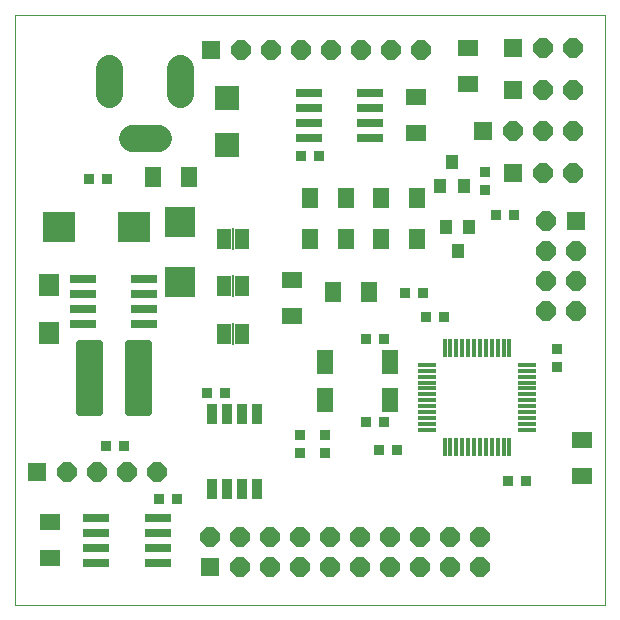
<source format=gts>
G75*
%MOIN*%
%OFA0B0*%
%FSLAX24Y24*%
%IPPOS*%
%LPD*%
%AMOC8*
5,1,8,0,0,1.08239X$1,22.5*
%
%ADD10C,0.0000*%
%ADD11R,0.0620X0.0150*%
%ADD12R,0.0150X0.0620*%
%ADD13R,0.0906X0.0276*%
%ADD14R,0.1064X0.0985*%
%ADD15R,0.1024X0.1044*%
%ADD16R,0.0827X0.0827*%
%ADD17R,0.0355X0.0355*%
%ADD18C,0.0227*%
%ADD19R,0.0709X0.0749*%
%ADD20C,0.0900*%
%ADD21R,0.0552X0.0670*%
%ADD22R,0.0640X0.0640*%
%ADD23OC8,0.0640*%
%ADD24R,0.0670X0.0552*%
%ADD25R,0.0552X0.0788*%
%ADD26R,0.0360X0.0700*%
%ADD27R,0.0434X0.0512*%
%ADD28R,0.0500X0.0670*%
%ADD29R,0.0060X0.0720*%
D10*
X000500Y000500D02*
X000500Y020185D01*
X020185Y020185D01*
X020185Y000500D01*
X000500Y000500D01*
X000500Y020185D01*
X020185Y020185D01*
X020185Y000500D01*
X000500Y000500D01*
D11*
X014246Y006345D03*
X014246Y006535D03*
X014246Y006735D03*
X014246Y006935D03*
X014246Y007125D03*
X014246Y007325D03*
X014246Y007525D03*
X014246Y007725D03*
X014246Y007915D03*
X014246Y008115D03*
X014246Y008315D03*
X014246Y008505D03*
X017566Y008505D03*
X017566Y008315D03*
X017566Y008115D03*
X017566Y007915D03*
X017566Y007725D03*
X017566Y007525D03*
X017566Y007325D03*
X017566Y007125D03*
X017566Y006935D03*
X017566Y006735D03*
X017566Y006535D03*
X017566Y006345D03*
D12*
X016986Y005765D03*
X016796Y005765D03*
X016596Y005765D03*
X016396Y005765D03*
X016206Y005765D03*
X016006Y005765D03*
X015806Y005765D03*
X015606Y005765D03*
X015416Y005765D03*
X015216Y005765D03*
X015016Y005765D03*
X014826Y005765D03*
X014826Y009085D03*
X015016Y009085D03*
X015216Y009085D03*
X015416Y009085D03*
X015606Y009085D03*
X015806Y009085D03*
X016006Y009085D03*
X016206Y009085D03*
X016396Y009085D03*
X016596Y009085D03*
X016796Y009085D03*
X016986Y009085D03*
D13*
X012350Y016089D03*
X012350Y016589D03*
X012350Y017089D03*
X012350Y017589D03*
X010303Y017589D03*
X010303Y017089D03*
X010303Y016589D03*
X010303Y016089D03*
X004823Y011360D03*
X004823Y010860D03*
X004823Y010360D03*
X004823Y009860D03*
X002776Y009860D03*
X002776Y010360D03*
X002776Y010860D03*
X002776Y011360D03*
X003217Y003415D03*
X003217Y002915D03*
X003217Y002415D03*
X003217Y001915D03*
X005264Y001915D03*
X005264Y002415D03*
X005264Y002915D03*
X005264Y003415D03*
D14*
X004482Y013091D03*
X001982Y013091D03*
D15*
X006020Y013260D03*
X006020Y011260D03*
D16*
X007579Y015835D03*
X007579Y017409D03*
D17*
X010043Y015461D03*
X010643Y015461D03*
X013519Y010906D03*
X014119Y010906D03*
X014220Y010110D03*
X014820Y010110D03*
X012808Y009358D03*
X012208Y009358D03*
X012208Y006602D03*
X012808Y006602D03*
X012625Y005689D03*
X013225Y005689D03*
X010854Y005586D03*
X010854Y006186D03*
X010000Y006170D03*
X010000Y005570D03*
X007493Y007587D03*
X006893Y007587D03*
X004146Y005815D03*
X003546Y005815D03*
X005318Y004043D03*
X005918Y004043D03*
X016165Y014357D03*
X016165Y014957D03*
X016539Y013492D03*
X017139Y013492D03*
X018559Y009032D03*
X018559Y008432D03*
X017556Y004626D03*
X016956Y004626D03*
X003560Y014724D03*
X002960Y014724D03*
D18*
X003324Y009238D02*
X003324Y006944D01*
X002644Y006944D01*
X002644Y009238D01*
X003324Y009238D01*
X003324Y007170D02*
X002644Y007170D01*
X002644Y007396D02*
X003324Y007396D01*
X003324Y007622D02*
X002644Y007622D01*
X002644Y007848D02*
X003324Y007848D01*
X003324Y008074D02*
X002644Y008074D01*
X002644Y008300D02*
X003324Y008300D01*
X003324Y008526D02*
X002644Y008526D01*
X002644Y008752D02*
X003324Y008752D01*
X003324Y008978D02*
X002644Y008978D01*
X002644Y009204D02*
X003324Y009204D01*
X004258Y009238D02*
X004258Y006944D01*
X004258Y009238D02*
X004938Y009238D01*
X004938Y006944D01*
X004258Y006944D01*
X004258Y007170D02*
X004938Y007170D01*
X004938Y007396D02*
X004258Y007396D01*
X004258Y007622D02*
X004938Y007622D01*
X004938Y007848D02*
X004258Y007848D01*
X004258Y008074D02*
X004938Y008074D01*
X004938Y008300D02*
X004258Y008300D01*
X004258Y008526D02*
X004938Y008526D01*
X004938Y008752D02*
X004258Y008752D01*
X004258Y008978D02*
X004938Y008978D01*
X004938Y009204D02*
X004258Y009204D01*
D19*
X001646Y009559D03*
X001646Y011173D03*
D20*
X004401Y016071D02*
X005261Y016071D01*
X006012Y017531D02*
X006012Y018391D01*
X003650Y018391D02*
X003650Y017531D01*
D21*
X005101Y014783D03*
X006301Y014783D03*
X010333Y014083D03*
X011533Y014083D03*
X012695Y014083D03*
X013895Y014083D03*
X013895Y012705D03*
X012695Y012705D03*
X011533Y012705D03*
X010333Y012705D03*
X011120Y010933D03*
X012320Y010933D03*
D22*
X017106Y014913D03*
X016110Y016299D03*
X017106Y017677D03*
X017110Y019059D03*
X019197Y013291D03*
X007039Y019004D03*
X001256Y004953D03*
X007024Y001772D03*
D23*
X008024Y001772D03*
X009024Y001772D03*
X010024Y001772D03*
X011024Y001772D03*
X012024Y001772D03*
X013024Y001772D03*
X014024Y001772D03*
X015024Y001772D03*
X016024Y001772D03*
X016024Y002772D03*
X015024Y002772D03*
X014024Y002772D03*
X013024Y002772D03*
X012024Y002772D03*
X011024Y002772D03*
X010024Y002772D03*
X009024Y002772D03*
X008024Y002772D03*
X007024Y002772D03*
X005256Y004953D03*
X004256Y004953D03*
X003256Y004953D03*
X002256Y004953D03*
X008039Y019004D03*
X009039Y019004D03*
X010039Y019004D03*
X011039Y019004D03*
X012039Y019004D03*
X013039Y019004D03*
X014039Y019004D03*
X017110Y016299D03*
X018110Y016299D03*
X019110Y016299D03*
X019106Y017677D03*
X018106Y017677D03*
X018110Y019059D03*
X019110Y019059D03*
X019106Y014913D03*
X018106Y014913D03*
X018197Y013291D03*
X018197Y012291D03*
X018197Y011291D03*
X018197Y010291D03*
X019197Y010291D03*
X019197Y011291D03*
X019197Y012291D03*
D24*
X013886Y016239D03*
X013886Y017439D03*
X015606Y017888D03*
X015606Y019088D03*
X009752Y011336D03*
X009752Y010136D03*
X001681Y003265D03*
X001681Y002065D03*
X019398Y004821D03*
X019398Y006021D03*
D25*
X013000Y007350D03*
X013000Y008610D03*
X010835Y008610D03*
X010835Y007350D03*
D26*
X008587Y006868D03*
X008087Y006868D03*
X007587Y006868D03*
X007087Y006868D03*
X007087Y004368D03*
X007587Y004368D03*
X008087Y004368D03*
X008587Y004368D03*
D27*
X015264Y012311D03*
X015657Y013098D03*
X014870Y013098D03*
X014673Y014476D03*
X015461Y014476D03*
X015067Y015264D03*
D28*
X008083Y012705D03*
X007483Y012705D03*
X007483Y011130D03*
X008083Y011130D03*
X008083Y009555D03*
X007483Y009555D03*
D29*
X007783Y009555D03*
X007783Y011130D03*
X007783Y012705D03*
M02*

</source>
